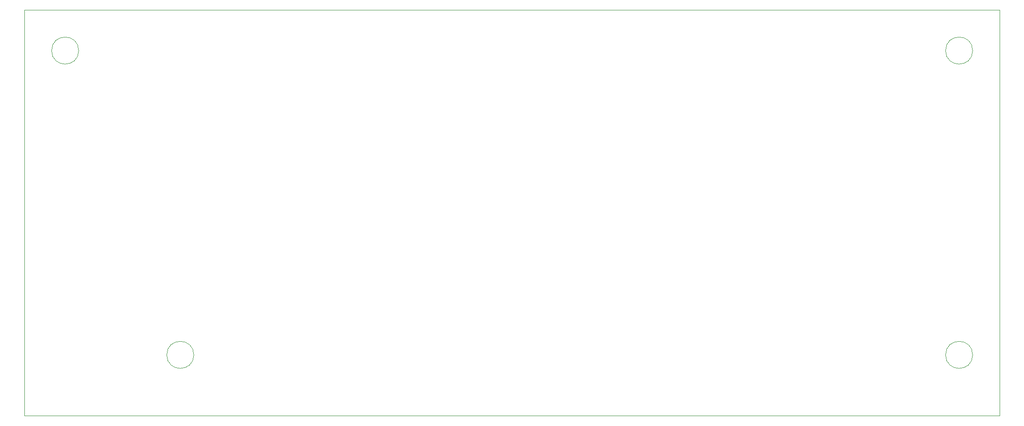
<source format=gm1>
G04 #@! TF.GenerationSoftware,KiCad,Pcbnew,7.0.11+dfsg-1*
G04 #@! TF.CreationDate,2024-03-20T20:25:51-04:00*
G04 #@! TF.ProjectId,base,62617365-2e6b-4696-9361-645f70636258,rev?*
G04 #@! TF.SameCoordinates,Original*
G04 #@! TF.FileFunction,Profile,NP*
%FSLAX46Y46*%
G04 Gerber Fmt 4.6, Leading zero omitted, Abs format (unit mm)*
G04 Created by KiCad (PCBNEW 7.0.11+dfsg-1) date 2024-03-20 20:25:51*
%MOMM*%
%LPD*%
G01*
G04 APERTURE LIST*
G04 #@! TA.AperFunction,Profile*
%ADD10C,0.050000*%
G04 #@! TD*
G04 APERTURE END LIST*
D10*
X82550000Y-115570000D02*
G75*
G03*
X77470000Y-115570000I-2540000J0D01*
G01*
X77470000Y-115570000D02*
G75*
G03*
X82550000Y-115570000I2540000J0D01*
G01*
X228600000Y-115570000D02*
G75*
G03*
X223520000Y-115570000I-2540000J0D01*
G01*
X223520000Y-115570000D02*
G75*
G03*
X228600000Y-115570000I2540000J0D01*
G01*
X60960000Y-58420000D02*
G75*
G03*
X55880000Y-58420000I-2540000J0D01*
G01*
X55880000Y-58420000D02*
G75*
G03*
X60960000Y-58420000I2540000J0D01*
G01*
X228600000Y-58420000D02*
G75*
G03*
X223520000Y-58420000I-2540000J0D01*
G01*
X223520000Y-58420000D02*
G75*
G03*
X228600000Y-58420000I2540000J0D01*
G01*
X50800000Y-50800000D02*
X233680000Y-50800000D01*
X233680000Y-127000000D01*
X50800000Y-127000000D01*
X50800000Y-50800000D01*
M02*

</source>
